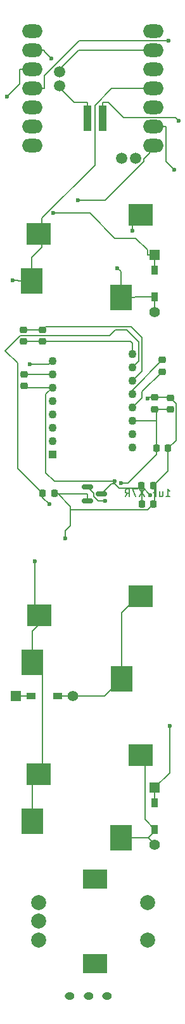
<source format=gbr>
%TF.GenerationSoftware,KiCad,Pcbnew,8.0.6*%
%TF.CreationDate,2025-11-06T23:07:29+09:00*%
%TF.ProjectId,tstick,74737469-636b-42e6-9b69-6361645f7063,rev?*%
%TF.SameCoordinates,Original*%
%TF.FileFunction,Copper,L2,Bot*%
%TF.FilePolarity,Positive*%
%FSLAX46Y46*%
G04 Gerber Fmt 4.6, Leading zero omitted, Abs format (unit mm)*
G04 Created by KiCad (PCBNEW 8.0.6) date 2025-11-06 23:07:29*
%MOMM*%
%LPD*%
G01*
G04 APERTURE LIST*
G04 Aperture macros list*
%AMRoundRect*
0 Rectangle with rounded corners*
0 $1 Rounding radius*
0 $2 $3 $4 $5 $6 $7 $8 $9 X,Y pos of 4 corners*
0 Add a 4 corners polygon primitive as box body*
4,1,4,$2,$3,$4,$5,$6,$7,$8,$9,$2,$3,0*
0 Add four circle primitives for the rounded corners*
1,1,$1+$1,$2,$3*
1,1,$1+$1,$4,$5*
1,1,$1+$1,$6,$7*
1,1,$1+$1,$8,$9*
0 Add four rect primitives between the rounded corners*
20,1,$1+$1,$2,$3,$4,$5,0*
20,1,$1+$1,$4,$5,$6,$7,0*
20,1,$1+$1,$6,$7,$8,$9,0*
20,1,$1+$1,$8,$9,$2,$3,0*%
G04 Aperture macros list end*
%ADD10C,0.150000*%
%TA.AperFunction,NonConductor*%
%ADD11C,0.150000*%
%TD*%
%TA.AperFunction,SMDPad,CuDef*%
%ADD12RoundRect,0.225000X-0.225000X-0.250000X0.225000X-0.250000X0.225000X0.250000X-0.225000X0.250000X0*%
%TD*%
%TA.AperFunction,SMDPad,CuDef*%
%ADD13RoundRect,0.225000X0.250000X-0.225000X0.250000X0.225000X-0.250000X0.225000X-0.250000X-0.225000X0*%
%TD*%
%TA.AperFunction,SMDPad,CuDef*%
%ADD14R,1.000000X3.500000*%
%TD*%
%TA.AperFunction,ComponentPad*%
%ADD15O,1.300000X1.000000*%
%TD*%
%TA.AperFunction,ComponentPad*%
%ADD16C,2.000000*%
%TD*%
%TA.AperFunction,ComponentPad*%
%ADD17R,3.200000X2.500000*%
%TD*%
%TA.AperFunction,ComponentPad*%
%ADD18R,1.397000X1.397000*%
%TD*%
%TA.AperFunction,SMDPad,CuDef*%
%ADD19R,0.950000X1.300000*%
%TD*%
%TA.AperFunction,ComponentPad*%
%ADD20C,1.397000*%
%TD*%
%TA.AperFunction,ComponentPad*%
%ADD21O,2.750000X1.800000*%
%TD*%
%TA.AperFunction,ComponentPad*%
%ADD22C,1.500000*%
%TD*%
%TA.AperFunction,SMDPad,CuDef*%
%ADD23R,3.000000X3.500000*%
%TD*%
%TA.AperFunction,SMDPad,CuDef*%
%ADD24R,3.300000X3.000000*%
%TD*%
%TA.AperFunction,SMDPad,CuDef*%
%ADD25RoundRect,0.150000X-0.587500X-0.150000X0.587500X-0.150000X0.587500X0.150000X-0.587500X0.150000X0*%
%TD*%
%TA.AperFunction,SMDPad,CuDef*%
%ADD26R,1.300000X0.950000*%
%TD*%
%TA.AperFunction,ComponentPad*%
%ADD27RoundRect,0.250000X0.300000X-0.300000X0.300000X0.300000X-0.300000X0.300000X-0.300000X-0.300000X0*%
%TD*%
%TA.AperFunction,ComponentPad*%
%ADD28C,1.100000*%
%TD*%
%TA.AperFunction,ViaPad*%
%ADD29C,0.600000*%
%TD*%
%TA.AperFunction,Conductor*%
%ADD30C,0.200000*%
%TD*%
G04 APERTURE END LIST*
D10*
D11*
X109462871Y-101424419D02*
X110034299Y-101424419D01*
X109748585Y-101424419D02*
X109748585Y-100424419D01*
X109748585Y-100424419D02*
X109843823Y-100567276D01*
X109843823Y-100567276D02*
X109939061Y-100662514D01*
X109939061Y-100662514D02*
X110034299Y-100710133D01*
X108605728Y-100757752D02*
X108605728Y-101424419D01*
X109034299Y-100757752D02*
X109034299Y-101281561D01*
X109034299Y-101281561D02*
X108986680Y-101376800D01*
X108986680Y-101376800D02*
X108891442Y-101424419D01*
X108891442Y-101424419D02*
X108748585Y-101424419D01*
X108748585Y-101424419D02*
X108653347Y-101376800D01*
X108653347Y-101376800D02*
X108605728Y-101329180D01*
X107796204Y-100900609D02*
X108129537Y-100900609D01*
X108129537Y-101424419D02*
X108129537Y-100424419D01*
X108129537Y-100424419D02*
X107653347Y-100424419D01*
X106605727Y-100424419D02*
X105939061Y-101424419D01*
X105939061Y-100424419D02*
X106605727Y-101424419D01*
X105653346Y-100424419D02*
X104986680Y-100424419D01*
X104986680Y-100424419D02*
X105415251Y-101424419D01*
X104034299Y-101424419D02*
X104367632Y-100948228D01*
X104605727Y-101424419D02*
X104605727Y-100424419D01*
X104605727Y-100424419D02*
X104224775Y-100424419D01*
X104224775Y-100424419D02*
X104129537Y-100472038D01*
X104129537Y-100472038D02*
X104081918Y-100519657D01*
X104081918Y-100519657D02*
X104034299Y-100614895D01*
X104034299Y-100614895D02*
X104034299Y-100757752D01*
X104034299Y-100757752D02*
X104081918Y-100852990D01*
X104081918Y-100852990D02*
X104129537Y-100900609D01*
X104129537Y-100900609D02*
X104224775Y-100948228D01*
X104224775Y-100948228D02*
X104605727Y-100948228D01*
D12*
%TO.P,C9,1*%
%TO.N,VCC*%
X106259300Y-102399600D03*
%TO.P,C9,2*%
%TO.N,GND*%
X107809300Y-102399600D03*
%TD*%
D13*
%TO.P,C7,1*%
%TO.N,+1v9*%
X110043900Y-89804100D03*
%TO.P,C7,2*%
%TO.N,GND*%
X110043900Y-88254100D03*
%TD*%
%TO.P,C5,1*%
%TO.N,Net-(pmw3610-VCP)*%
X93000000Y-80775000D03*
%TO.P,C5,2*%
%TO.N,GND*%
X93000000Y-79225000D03*
%TD*%
D12*
%TO.P,C8,1*%
%TO.N,+1v9*%
X108225000Y-95000000D03*
%TO.P,C8,2*%
%TO.N,GND*%
X109775000Y-95000000D03*
%TD*%
D13*
%TO.P,R1,2*%
%TO.N,Net-(pmw3610-NRESET)*%
X90547600Y-85123800D03*
%TO.P,R1,1*%
%TO.N,VCC*%
X90547600Y-86673800D03*
%TD*%
D12*
%TO.P,C2,2*%
%TO.N,GND*%
X107775000Y-100000000D03*
%TO.P,C2,1*%
%TO.N,VCC*%
X106225000Y-100000000D03*
%TD*%
%TO.P,C1,1*%
%TO.N,Net-(pmw3610-+VCSEL)*%
X93000000Y-101000000D03*
%TO.P,C1,2*%
%TO.N,GND*%
X94550000Y-101000000D03*
%TD*%
D13*
%TO.P,C6,2*%
%TO.N,GND*%
X108000000Y-88225000D03*
%TO.P,C6,1*%
%TO.N,+1v9*%
X108000000Y-89775000D03*
%TD*%
%TO.P,C3,1*%
%TO.N,Net-(pmw3610-CN)*%
X109000000Y-84775000D03*
%TO.P,C3,2*%
%TO.N,Net-(pmw3610-CP)*%
X109000000Y-83225000D03*
%TD*%
%TO.P,C4,1*%
%TO.N,Net-(pmw3610-VCP)*%
X90466900Y-80761000D03*
%TO.P,C4,2*%
%TO.N,GND*%
X90466900Y-79211000D03*
%TD*%
D14*
%TO.P,BT1,1,+*%
%TO.N,Bat*%
X99000000Y-51000000D03*
%TO.P,BT1,2,-*%
%TO.N,Net-(BT1--)*%
X101000000Y-51000000D03*
%TD*%
D15*
%TO.P,SW21,1,A*%
%TO.N,unconnected-(SW21-A-Pad1)*%
X101641563Y-167927176D03*
%TO.P,SW21,2,B*%
%TO.N,Net-(BT1--)*%
X99141563Y-167927176D03*
%TO.P,SW21,3,C*%
%TO.N,GND*%
X96641563Y-167927176D03*
%TD*%
D16*
%TO.P,SW4,A,A*%
%TO.N,REA*%
X92500000Y-155500000D03*
%TO.P,SW4,B,B*%
%TO.N,REB*%
X92500000Y-160500000D03*
%TO.P,SW4,C,C*%
%TO.N,GND*%
X92500000Y-158000000D03*
D17*
%TO.P,SW4,MP*%
%TO.N,N/C*%
X100000000Y-152400000D03*
X100000000Y-163600000D03*
D16*
%TO.P,SW4,S1*%
X107000000Y-160500000D03*
%TO.P,SW4,S2*%
X107000000Y-155500000D03*
%TD*%
D18*
%TO.P,D1,1,K*%
%TO.N,Row0*%
X108000000Y-69190000D03*
D19*
X108000000Y-71225000D03*
%TO.P,D1,2,A*%
%TO.N,Net-(D1-A)*%
X108000000Y-74775000D03*
D20*
X108000000Y-76810000D03*
%TD*%
D21*
%TO.P,U1,1,P0.02_A0_D0*%
%TO.N,MOTION*%
X91589400Y-39434700D03*
%TO.P,U1,2,P0.03_A1_D1*%
%TO.N,Row0*%
X91589400Y-41974700D03*
%TO.P,U1,3,P0.28_A2_D2*%
%TO.N,Row1*%
X91589400Y-44514700D03*
%TO.P,U1,4,P0.29_A3_D3*%
%TO.N,Row2*%
X91589400Y-47054700D03*
%TO.P,U1,5,P0.04_A4_D4_SDA*%
%TO.N,SDIO*%
X91589400Y-49594700D03*
%TO.P,U1,6,P0.05_A5_D5_SCL*%
%TO.N,SCLK*%
X91589400Y-52134700D03*
%TO.P,U1,7,P1.11_D6_TX*%
%TO.N,unconnected-(U1-P1.11_D6_TX-Pad7)*%
X91589400Y-54674700D03*
%TO.P,U1,8,P1.12_D7_RX*%
%TO.N,CS*%
X107829400Y-54674700D03*
%TO.P,U1,9,P1.13_D8_SCK*%
%TO.N,REB*%
X107829400Y-52134700D03*
%TO.P,U1,10,P1.14_D9_MISO*%
%TO.N,REA*%
X107829400Y-49594700D03*
%TO.P,U1,11,P1.15_D10_MOSI*%
%TO.N,Col0*%
X107829400Y-47054700D03*
%TO.P,U1,12,3V3*%
%TO.N,VCC*%
X107829400Y-44514700D03*
%TO.P,U1,13,GND*%
%TO.N,GND*%
X107829400Y-41974700D03*
%TO.P,U1,14,5V*%
%TO.N,unconnected-(U1-5V-Pad14)*%
X107829400Y-39434700D03*
D22*
%TO.P,U1,15,NFC1_0.09*%
%TO.N,unconnected-(U1-NFC1_0.09-Pad15)*%
X103544800Y-56366700D03*
%TO.P,U1,16,NFC2_0.10*%
%TO.N,unconnected-(U1-NFC2_0.10-Pad16)*%
X105424400Y-56366700D03*
%TO.P,U1,20,BATT+*%
%TO.N,Bat*%
X95264400Y-46737700D03*
%TO.P,U1,21,BATT-*%
%TO.N,GND*%
X95264400Y-44832700D03*
%TD*%
D23*
%TO.P,SW3,1,1*%
%TO.N,Col0*%
X91614200Y-144700000D03*
D24*
X92514200Y-138420000D03*
D23*
%TO.P,SW3,2,2*%
%TO.N,Net-(D3-A)*%
X103514200Y-146900000D03*
D24*
X106114200Y-135880000D03*
%TD*%
D25*
%TO.P,U2,1,GND*%
%TO.N,GND*%
X99000000Y-102000000D03*
%TO.P,U2,2,VO*%
%TO.N,+1v9*%
X99000000Y-100100000D03*
%TO.P,U2,3,VI*%
%TO.N,VCC*%
X100875000Y-101050000D03*
%TD*%
D18*
%TO.P,D2,1,K*%
%TO.N,Row1*%
X89415000Y-128000000D03*
D26*
X91450000Y-128000000D03*
%TO.P,D2,2,A*%
%TO.N,Net-(D2-A)*%
X95000000Y-128000000D03*
D20*
X97035000Y-128000000D03*
%TD*%
D23*
%TO.P,SW2,1,1*%
%TO.N,Col0*%
X91635623Y-123531343D03*
D24*
X92535623Y-117251343D03*
D23*
%TO.P,SW2,2,2*%
%TO.N,Net-(D2-A)*%
X103535623Y-125731343D03*
D24*
X106135623Y-114711343D03*
%TD*%
D18*
%TO.P,D3,1,K*%
%TO.N,Row2*%
X108000000Y-140190000D03*
D19*
X108000000Y-142225000D03*
%TO.P,D3,2,A*%
%TO.N,Net-(D3-A)*%
X108000000Y-145775000D03*
D20*
X108000000Y-147810000D03*
%TD*%
D23*
%TO.P,SW1,1,1*%
%TO.N,Col0*%
X91570000Y-72700000D03*
D24*
X92470000Y-66420000D03*
D23*
%TO.P,SW1,2,2*%
%TO.N,Net-(D1-A)*%
X103470000Y-74900000D03*
D24*
X106070000Y-63880000D03*
%TD*%
D27*
%TO.P,pmw3610,1,+VCSEL*%
%TO.N,Net-(pmw3610-+VCSEL)*%
X94300000Y-95790000D03*
D28*
%TO.P,pmw3610,2,SDIO*%
%TO.N,SDIO*%
X94300000Y-94010000D03*
%TO.P,pmw3610,3,SCLK*%
%TO.N,SCLK*%
X94300000Y-92230000D03*
%TO.P,pmw3610,4,NC*%
%TO.N,unconnected-(pmw3610-NC-Pad4)*%
X94300000Y-90450000D03*
%TO.P,pmw3610,5,NCS*%
%TO.N,CS*%
X94300000Y-88670000D03*
%TO.P,pmw3610,6,VDDIO*%
%TO.N,VCC*%
X94300000Y-86890000D03*
%TO.P,pmw3610,7,NRESET*%
%TO.N,Net-(pmw3610-NRESET)*%
X94300000Y-85110000D03*
%TO.P,pmw3610,8,MOTION*%
%TO.N,MOTION*%
X94300000Y-83330000D03*
%TO.P,pmw3610,9,VCP*%
%TO.N,Net-(pmw3610-VCP)*%
X105000000Y-82440000D03*
%TO.P,pmw3610,10,PASS_T*%
%TO.N,Net-(pmw3610-+VCSEL)*%
X105000000Y-84220000D03*
%TO.P,pmw3610,11,GND*%
%TO.N,GND*%
X105000000Y-86000000D03*
%TO.P,pmw3610,12,CP*%
%TO.N,Net-(pmw3610-CP)*%
X105000000Y-87780000D03*
%TO.P,pmw3610,13,CN*%
%TO.N,Net-(pmw3610-CN)*%
X105000000Y-89560000D03*
%TO.P,pmw3610,14,VDD*%
%TO.N,+1v9*%
X105000000Y-91340000D03*
%TO.P,pmw3610,15,XYLASER*%
%TO.N,Net-(pmw3610--VCSEL)*%
X105000000Y-93120000D03*
%TO.P,pmw3610,16,-VCSEL*%
X105000000Y-94900000D03*
%TD*%
D29*
%TO.N,+1v9*%
X101368300Y-102000000D03*
%TO.N,Net-(BT1--)*%
X111199800Y-51375000D03*
%TO.N,GND*%
X107012100Y-88330000D03*
X96000000Y-107000000D03*
%TO.N,Net-(pmw3610-+VCSEL)*%
X93900000Y-102455700D03*
%TO.N,VCC*%
X102645900Y-99398200D03*
X107383200Y-101211400D03*
%TO.N,+1v9*%
X103463500Y-99659400D03*
%TO.N,Net-(D1-A)*%
X105000000Y-66000000D03*
X103000000Y-71000000D03*
%TO.N,Row0*%
X94137000Y-43043300D03*
X94451800Y-63670100D03*
%TO.N,Row1*%
X88210500Y-48176100D03*
%TO.N,Row2*%
X110000000Y-132000000D03*
X109822600Y-40704700D03*
%TO.N,REB*%
X110610400Y-57921400D03*
%TO.N,MOTION*%
X91256400Y-83776800D03*
%TO.N,CS*%
X97745800Y-61971800D03*
%TO.N,Col0*%
X89005300Y-72603400D03*
X92000000Y-110000000D03*
%TD*%
D30*
%TO.N,+1v9*%
X99837500Y-100937500D02*
X99000000Y-100100000D01*
X99837500Y-100937500D02*
X99837500Y-101390552D01*
X99837500Y-101390552D02*
X100446948Y-102000000D01*
X100446948Y-102000000D02*
X101368300Y-102000000D01*
%TO.N,VCC*%
X100875000Y-101050000D02*
X102232400Y-99692600D01*
X102232400Y-99692600D02*
X102645900Y-99692600D01*
%TO.N,GND*%
X99000000Y-101099300D02*
X94649300Y-101099300D01*
X99000000Y-101099300D02*
X99000000Y-102000000D01*
%TO.N,Bat*%
X95264400Y-47001000D02*
X97211700Y-48948300D01*
X97211700Y-48948300D02*
X99000000Y-48948300D01*
X99000000Y-51000000D02*
X99000000Y-48948300D01*
X95264400Y-46737700D02*
X95264400Y-47001000D01*
%TO.N,Net-(BT1--)*%
X103786400Y-50933000D02*
X101801700Y-48948300D01*
X111199800Y-51375000D02*
X110757800Y-50933000D01*
X101000000Y-51000000D02*
X101000000Y-48948300D01*
X111297800Y-51473000D02*
X111199800Y-51375000D01*
X110757800Y-50933000D02*
X103786400Y-50933000D01*
X101801700Y-48948300D02*
X101000000Y-48948300D01*
X111199800Y-51375000D02*
X111297800Y-51473000D01*
%TO.N,GND*%
X104823300Y-78823300D02*
X93401700Y-78823300D01*
X110043900Y-88254100D02*
X110014800Y-88225000D01*
X93401700Y-78823300D02*
X93000000Y-79225000D01*
X107775000Y-100000000D02*
X109775000Y-98000000D01*
X95264400Y-44832700D02*
X95264400Y-44547400D01*
X107984900Y-100209900D02*
X107775000Y-100000000D01*
X109775000Y-98000000D02*
X109775000Y-95000000D01*
X95000000Y-101000000D02*
X94550000Y-101000000D01*
X96000000Y-106000000D02*
X96743200Y-105256800D01*
X105000000Y-86000000D02*
X106259200Y-84740800D01*
X107329400Y-41974700D02*
X106152700Y-41974700D01*
X107015700Y-103193200D02*
X107809300Y-102399600D01*
X106259200Y-80259200D02*
X104823300Y-78823300D01*
X90466900Y-79211000D02*
X92986000Y-79211000D01*
X110014800Y-88225000D02*
X108000000Y-88225000D01*
X96000000Y-107000000D02*
X96000000Y-106000000D01*
X106259200Y-84740800D02*
X106259200Y-80259200D01*
X110842800Y-89053000D02*
X110043900Y-88254100D01*
X92986000Y-79211000D02*
X93000000Y-79225000D01*
X96743200Y-105256800D02*
X96743200Y-103193200D01*
X107984900Y-102224000D02*
X107984900Y-100209900D01*
X106152700Y-41974800D02*
X106152700Y-41974700D01*
X96743200Y-102743200D02*
X95000000Y-101000000D01*
X110842800Y-93932200D02*
X110842800Y-89053000D01*
X96743200Y-103193200D02*
X107015700Y-103193200D01*
X109775000Y-95000000D02*
X110842800Y-93932200D01*
X108000000Y-88225000D02*
X107117100Y-88225000D01*
X95264400Y-44547400D02*
X97837000Y-41974800D01*
X94649300Y-101099300D02*
X94550000Y-101000000D01*
X107809300Y-102399600D02*
X107984900Y-102224000D01*
X97837000Y-41974800D02*
X106152700Y-41974800D01*
X96743200Y-103193200D02*
X96743200Y-102743200D01*
X107117100Y-88225000D02*
X107012100Y-88330000D01*
%TO.N,Net-(pmw3610-+VCSEL)*%
X93000000Y-101555700D02*
X93900000Y-102455700D01*
X93000000Y-101000000D02*
X93000000Y-101555700D01*
X104225000Y-79225000D02*
X102716100Y-79225000D01*
X105857500Y-83362500D02*
X105857500Y-80857500D01*
X88000000Y-82000000D02*
X89656300Y-83656300D01*
X90014000Y-79986000D02*
X88000000Y-82000000D01*
X102716100Y-79225000D02*
X101955100Y-79986000D01*
X89656300Y-83656300D02*
X89656300Y-97656300D01*
X101955100Y-79986000D02*
X90014000Y-79986000D01*
X105857500Y-80857500D02*
X104225000Y-79225000D01*
X105000000Y-84220000D02*
X105857500Y-83362500D01*
X89656300Y-97656300D02*
X93000000Y-101000000D01*
%TO.N,VCC*%
X94300000Y-86890000D02*
X90763800Y-86890000D01*
X105963900Y-100261100D02*
X106225000Y-100000000D01*
X102645900Y-99398200D02*
X94560100Y-99398200D01*
X90763800Y-86890000D02*
X90547600Y-86673800D01*
X93428300Y-87761700D02*
X94300000Y-86890000D01*
X103214400Y-100261100D02*
X105963900Y-100261100D01*
X107383200Y-101211400D02*
X106259300Y-100087500D01*
X106259300Y-102399600D02*
X106259300Y-100034300D01*
X106259300Y-100034300D02*
X106225000Y-100000000D01*
X93428300Y-98266400D02*
X93428300Y-87761700D01*
X106259300Y-100087500D02*
X106259300Y-100034300D01*
X102645900Y-99398200D02*
X102645900Y-99692600D01*
X102645900Y-99692600D02*
X103214400Y-100261100D01*
X94560100Y-99398200D02*
X93428300Y-98266400D01*
%TO.N,Net-(pmw3610-CN)*%
X106301000Y-88259000D02*
X106301000Y-87473900D01*
X105000000Y-89560000D02*
X106301000Y-88259000D01*
X106301100Y-87473900D02*
X109000000Y-84775000D01*
X106301000Y-87473900D02*
X106301100Y-87473900D01*
%TO.N,Net-(pmw3610-CP)*%
X105000000Y-87780000D02*
X105000000Y-87225000D01*
X105000000Y-87225000D02*
X109000000Y-83225000D01*
%TO.N,Net-(pmw3610-VCP)*%
X93000000Y-80775000D02*
X104775000Y-80775000D01*
X104775000Y-80775000D02*
X105000000Y-81000000D01*
X90466900Y-80761000D02*
X90480900Y-80775000D01*
X90480900Y-80775000D02*
X93000000Y-80775000D01*
X105000000Y-81000000D02*
X105000000Y-82440000D01*
%TO.N,+1v9*%
X108225000Y-95000000D02*
X108224900Y-95000000D01*
X108224900Y-95836550D02*
X104402050Y-99659400D01*
X108224900Y-91340000D02*
X105000000Y-91340000D01*
X104402050Y-99659400D02*
X103463500Y-99659400D01*
X108224900Y-95000000D02*
X108224900Y-95836550D01*
X108224900Y-95000000D02*
X108224900Y-91340000D01*
%TO.N,Net-(D1-A)*%
X105000000Y-66000000D02*
X105000000Y-64572082D01*
X105396700Y-74775000D02*
X105271700Y-74900000D01*
X103470000Y-71470000D02*
X103000000Y-71000000D01*
X105000000Y-64572082D02*
X105656041Y-63916041D01*
X108000000Y-74775000D02*
X105396700Y-74775000D01*
X103470000Y-74900000D02*
X103470000Y-71470000D01*
X103470000Y-74900000D02*
X105271700Y-74900000D01*
X108000000Y-76810000D02*
X108000000Y-74775000D01*
%TO.N,Row0*%
X92089400Y-41974700D02*
X93266100Y-41974700D01*
X99308600Y-63670100D02*
X102629900Y-66991400D01*
X93266100Y-41974700D02*
X93266100Y-42172400D01*
X106999800Y-68564900D02*
X106999800Y-69190000D01*
X108000000Y-69190000D02*
X108000000Y-71225000D01*
X94451800Y-63670100D02*
X99308600Y-63670100D01*
X108000000Y-69190000D02*
X106999800Y-69190000D01*
X93266100Y-42172400D02*
X94137000Y-43043300D01*
X105426300Y-66991400D02*
X106999800Y-68564900D01*
X102629900Y-66991400D02*
X105426300Y-66991400D01*
%TO.N,Net-(D2-A)*%
X103535623Y-125731343D02*
X101266966Y-128000000D01*
X103535623Y-125731343D02*
X103535623Y-116933425D01*
X103535623Y-116933425D02*
X105721664Y-114747384D01*
X95000000Y-128000000D02*
X97035000Y-128000000D01*
X101266966Y-128000000D02*
X97035000Y-128000000D01*
%TO.N,Row1*%
X89912700Y-46473900D02*
X88210500Y-48176100D01*
X91450000Y-128000000D02*
X89415000Y-128000000D01*
X92089400Y-44514700D02*
X89912700Y-44514700D01*
X89912700Y-44514700D02*
X89912700Y-46473900D01*
%TO.N,Row2*%
X97875900Y-40704700D02*
X93266100Y-45314500D01*
X93266100Y-45314500D02*
X93266100Y-47054700D01*
X110000000Y-138190000D02*
X108000000Y-140190000D01*
X109822600Y-40704700D02*
X97875900Y-40704700D01*
X110000000Y-132000000D02*
X110000000Y-138190000D01*
X108000000Y-142225000D02*
X108000000Y-140190000D01*
X92089400Y-47054700D02*
X93266100Y-47054700D01*
%TO.N,Net-(D3-A)*%
X103514200Y-146900000D02*
X107090000Y-146900000D01*
X108000000Y-145775000D02*
X108000000Y-145990000D01*
X106664200Y-136952082D02*
X105664200Y-135952082D01*
X108000000Y-145775000D02*
X106664200Y-144439200D01*
X105664200Y-135952082D02*
X105700241Y-135916041D01*
X108000000Y-145990000D02*
X107090000Y-146900000D01*
X107090000Y-146900000D02*
X108000000Y-147810000D01*
X106664200Y-144439200D02*
X106664200Y-136952082D01*
%TO.N,REB*%
X109506100Y-52134700D02*
X109506100Y-56817100D01*
X107329400Y-52134700D02*
X109506100Y-52134700D01*
X109506100Y-56817100D02*
X110610400Y-57921400D01*
%TO.N,MOTION*%
X93853200Y-83776800D02*
X94300000Y-83330000D01*
X91256400Y-83776800D02*
X93853200Y-83776800D01*
%TO.N,Net-(pmw3610-NRESET)*%
X94300000Y-85110000D02*
X90561400Y-85110000D01*
X90561400Y-85110000D02*
X90547600Y-85123800D01*
%TO.N,CS*%
X106549300Y-56745700D02*
X101323200Y-61971800D01*
X107329400Y-54674700D02*
X107329400Y-55670600D01*
X101323200Y-61971800D02*
X97745800Y-61971800D01*
X107329400Y-55670600D02*
X106549300Y-56450700D01*
X106549300Y-56450700D02*
X106549300Y-56745700D01*
%TO.N,Col0*%
X92985623Y-117985623D02*
X91635623Y-119335623D01*
X102239200Y-47054700D02*
X100000000Y-49293900D01*
X92920000Y-66420000D02*
X92920000Y-64618300D01*
X92920000Y-68221700D02*
X91570000Y-69571700D01*
X92964200Y-138420000D02*
X91614200Y-139770000D01*
X92920000Y-64351100D02*
X92920000Y-64618300D01*
X92000000Y-110000000D02*
X92000000Y-116265720D01*
X91635623Y-119335623D02*
X91635623Y-123531343D01*
X91614200Y-139770000D02*
X91614200Y-144700000D01*
X92964200Y-138420000D02*
X92964200Y-124859920D01*
X92985623Y-117251343D02*
X92985623Y-117985623D01*
X100000000Y-57271100D02*
X92920000Y-64351100D01*
X92964200Y-124859920D02*
X91635623Y-123531343D01*
X89671700Y-72603400D02*
X89768300Y-72700000D01*
X91570000Y-72700000D02*
X89768300Y-72700000D01*
X89005300Y-72603400D02*
X89671700Y-72603400D01*
X92000000Y-116265720D02*
X92985623Y-117251343D01*
X100000000Y-49293900D02*
X100000000Y-57271100D01*
X107329400Y-47054700D02*
X102239200Y-47054700D01*
X92920000Y-66420000D02*
X92920000Y-68221700D01*
X91570000Y-69571700D02*
X91570000Y-72700000D01*
%TO.N,+1v9*%
X110043900Y-89804100D02*
X108224900Y-89804100D01*
X108224900Y-89804100D02*
X108029100Y-89804100D01*
X108029100Y-89804100D02*
X108000000Y-89775000D01*
X108224900Y-89804100D02*
X108224900Y-91340000D01*
%TD*%
M02*

</source>
